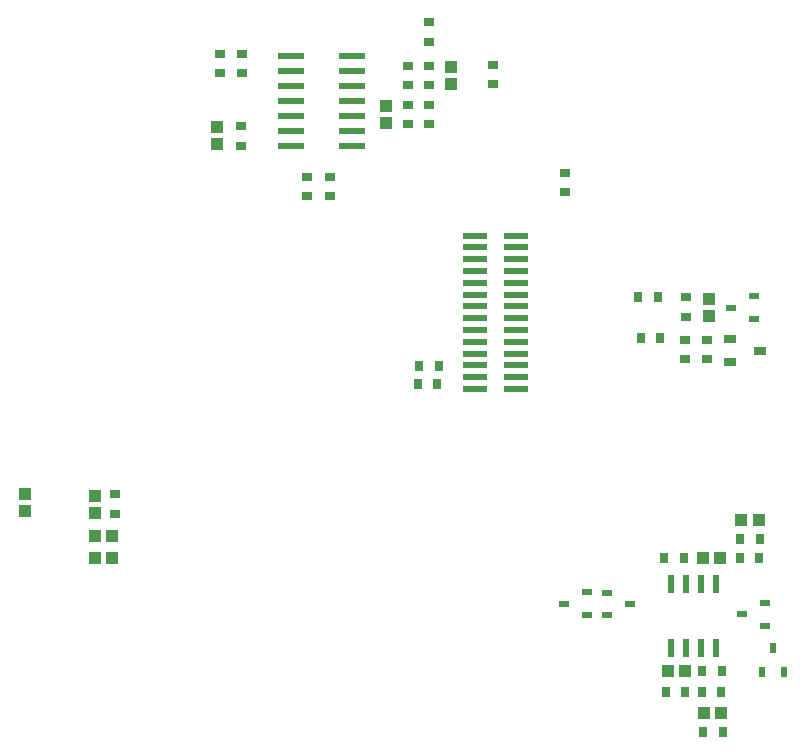
<source format=gbp>
G04*
G04 #@! TF.GenerationSoftware,Altium Limited,Altium Designer,21.4.1 (30)*
G04*
G04 Layer_Color=128*
%FSLAX25Y25*%
%MOIN*%
G70*
G04*
G04 #@! TF.SameCoordinates,7338878B-8FB9-4C21-9998-F4A3E03E6E83*
G04*
G04*
G04 #@! TF.FilePolarity,Positive*
G04*
G01*
G75*
%ADD42R,0.03740X0.02205*%
%ADD43R,0.07874X0.02362*%
%ADD44R,0.02756X0.03543*%
%ADD45R,0.03937X0.03937*%
%ADD46R,0.02165X0.05906*%
%ADD47R,0.03937X0.03150*%
%ADD48R,0.02205X0.03740*%
%ADD49R,0.03937X0.03937*%
%ADD50R,0.08661X0.02362*%
%ADD51R,0.03543X0.02756*%
D42*
X95277Y5340D02*
D03*
Y-2140D02*
D03*
X87600Y1600D02*
D03*
X91300Y-100700D02*
D03*
X98977Y-104440D02*
D03*
Y-96960D02*
D03*
X53977Y-97140D02*
D03*
X46300Y-93400D02*
D03*
Y-100880D02*
D03*
X31861Y-97100D02*
D03*
X39539Y-100840D02*
D03*
Y-93360D02*
D03*
D43*
X2110Y-25591D02*
D03*
Y-21654D02*
D03*
Y-17717D02*
D03*
Y-13780D02*
D03*
Y-9843D02*
D03*
Y-5906D02*
D03*
Y-1969D02*
D03*
Y1969D02*
D03*
Y5906D02*
D03*
Y9843D02*
D03*
Y13780D02*
D03*
Y17717D02*
D03*
Y21654D02*
D03*
Y25591D02*
D03*
X15890Y-25591D02*
D03*
Y-21654D02*
D03*
Y-17717D02*
D03*
Y-13780D02*
D03*
Y-9843D02*
D03*
Y-5906D02*
D03*
Y-1969D02*
D03*
Y1969D02*
D03*
Y5906D02*
D03*
Y9843D02*
D03*
Y13780D02*
D03*
Y17717D02*
D03*
Y21654D02*
D03*
Y25591D02*
D03*
D44*
X90500Y-81900D02*
D03*
X97012D02*
D03*
X84812Y-139800D02*
D03*
X78300D02*
D03*
X84412Y-126500D02*
D03*
X77900D02*
D03*
X56744Y5000D02*
D03*
X63256D02*
D03*
X-16300Y-17800D02*
D03*
X-9788D02*
D03*
X-16756Y-23900D02*
D03*
X-10244D02*
D03*
X72400Y-126500D02*
D03*
X65888D02*
D03*
X63956Y-8700D02*
D03*
X57444D02*
D03*
X84556Y-119700D02*
D03*
X78044D02*
D03*
X65288Y-81800D02*
D03*
X71800D02*
D03*
X97200Y-75400D02*
D03*
X90688D02*
D03*
D45*
X78438Y-133400D02*
D03*
X84162D02*
D03*
X78200Y-81900D02*
D03*
X83924D02*
D03*
X-124462Y-74500D02*
D03*
X-118738D02*
D03*
X-124462Y-81800D02*
D03*
X-118738D02*
D03*
X66676Y-119600D02*
D03*
X72400D02*
D03*
X91038Y-69100D02*
D03*
X96762D02*
D03*
D46*
X67500Y-90562D02*
D03*
X72500D02*
D03*
X77500D02*
D03*
X82500D02*
D03*
X67500Y-111822D02*
D03*
X72500D02*
D03*
X77500D02*
D03*
X82500D02*
D03*
D47*
X87288Y-8961D02*
D03*
Y-16639D02*
D03*
X97131Y-12800D02*
D03*
D48*
X105340Y-119739D02*
D03*
X97860D02*
D03*
X101600Y-112061D02*
D03*
D49*
X-83800Y55938D02*
D03*
Y61662D02*
D03*
X-27500Y63138D02*
D03*
Y68862D02*
D03*
X-5900Y76138D02*
D03*
Y81862D02*
D03*
X-147700Y-66162D02*
D03*
Y-60438D02*
D03*
X-124500Y-67062D02*
D03*
Y-61338D02*
D03*
X80400Y4462D02*
D03*
Y-1262D02*
D03*
D50*
X-38700Y85500D02*
D03*
Y70500D02*
D03*
Y55500D02*
D03*
Y80500D02*
D03*
Y75500D02*
D03*
Y65500D02*
D03*
Y60500D02*
D03*
X-59172Y70500D02*
D03*
Y85500D02*
D03*
Y55500D02*
D03*
Y80500D02*
D03*
Y75500D02*
D03*
Y65500D02*
D03*
Y60500D02*
D03*
D51*
X-13100Y96712D02*
D03*
Y90200D02*
D03*
X-75300Y86256D02*
D03*
Y79744D02*
D03*
X-75600Y62056D02*
D03*
Y55544D02*
D03*
X-53700Y45256D02*
D03*
Y38744D02*
D03*
X-46000Y45256D02*
D03*
Y38744D02*
D03*
X-20200Y69256D02*
D03*
Y62744D02*
D03*
Y75744D02*
D03*
Y82256D02*
D03*
X-13000Y69256D02*
D03*
Y62744D02*
D03*
X8300Y82456D02*
D03*
Y75944D02*
D03*
X-82900Y79744D02*
D03*
Y86256D02*
D03*
X-13100Y82256D02*
D03*
Y75744D02*
D03*
X32100Y46556D02*
D03*
Y40044D02*
D03*
X79500Y-15656D02*
D03*
Y-9144D02*
D03*
X72400Y-9200D02*
D03*
Y-15712D02*
D03*
X-117800Y-60600D02*
D03*
Y-67112D02*
D03*
X72600Y-1400D02*
D03*
Y5112D02*
D03*
M02*

</source>
